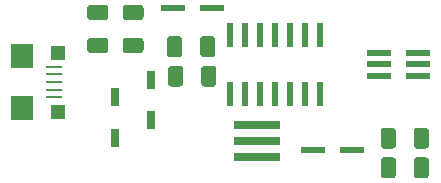
<source format=gbr>
G04 #@! TF.GenerationSoftware,KiCad,Pcbnew,(5.1.4-0-10_14)*
G04 #@! TF.CreationDate,2020-11-07T12:11:02-05:00*
G04 #@! TF.ProjectId,FabISP,46616249-5350-42e6-9b69-6361645f7063,rev?*
G04 #@! TF.SameCoordinates,Original*
G04 #@! TF.FileFunction,Paste,Top*
G04 #@! TF.FilePolarity,Positive*
%FSLAX46Y46*%
G04 Gerber Fmt 4.6, Leading zero omitted, Abs format (unit mm)*
G04 Created by KiCad (PCBNEW (5.1.4-0-10_14)) date 2020-11-07 12:11:02*
%MOMM*%
%LPD*%
G04 APERTURE LIST*
%ADD10R,0.797560X1.597660*%
%ADD11R,0.600000X2.000000*%
%ADD12R,3.898900X0.797560*%
%ADD13R,1.348740X0.254000*%
%ADD14R,1.297940X1.198880*%
%ADD15R,1.899920X2.148840*%
%ADD16C,0.100000*%
%ADD17C,1.250000*%
%ADD18R,2.000000X0.500000*%
G04 APERTURE END LIST*
D10*
X136000000Y-98050740D03*
X136000000Y-101449260D03*
X139000000Y-96550740D03*
X139000000Y-99949260D03*
D11*
X145690000Y-97725000D03*
X146960000Y-97725000D03*
X148230000Y-97725000D03*
X149500000Y-97725000D03*
X150770000Y-97725000D03*
X152040000Y-97725000D03*
X153310000Y-97725000D03*
X153310000Y-92775000D03*
X152040000Y-92775000D03*
X150770000Y-92775000D03*
X149500000Y-92775000D03*
X148230000Y-92775000D03*
X146960000Y-92775000D03*
X145690000Y-92775000D03*
D12*
X148000000Y-103098740D03*
X148000000Y-101750000D03*
X148000000Y-100401260D03*
D13*
X130759581Y-96750000D03*
X130759581Y-96102300D03*
X130759581Y-98047940D03*
D14*
X131110101Y-94250640D03*
X131110101Y-99249360D03*
D15*
X128062101Y-94575760D03*
X128062101Y-98924240D03*
D13*
X130759581Y-97397700D03*
X130759581Y-95452060D03*
D16*
G36*
X162299504Y-103126204D02*
G01*
X162323773Y-103129804D01*
X162347571Y-103135765D01*
X162370671Y-103144030D01*
X162392849Y-103154520D01*
X162413893Y-103167133D01*
X162433598Y-103181747D01*
X162451777Y-103198223D01*
X162468253Y-103216402D01*
X162482867Y-103236107D01*
X162495480Y-103257151D01*
X162505970Y-103279329D01*
X162514235Y-103302429D01*
X162520196Y-103326227D01*
X162523796Y-103350496D01*
X162525000Y-103375000D01*
X162525000Y-104625000D01*
X162523796Y-104649504D01*
X162520196Y-104673773D01*
X162514235Y-104697571D01*
X162505970Y-104720671D01*
X162495480Y-104742849D01*
X162482867Y-104763893D01*
X162468253Y-104783598D01*
X162451777Y-104801777D01*
X162433598Y-104818253D01*
X162413893Y-104832867D01*
X162392849Y-104845480D01*
X162370671Y-104855970D01*
X162347571Y-104864235D01*
X162323773Y-104870196D01*
X162299504Y-104873796D01*
X162275000Y-104875000D01*
X161525000Y-104875000D01*
X161500496Y-104873796D01*
X161476227Y-104870196D01*
X161452429Y-104864235D01*
X161429329Y-104855970D01*
X161407151Y-104845480D01*
X161386107Y-104832867D01*
X161366402Y-104818253D01*
X161348223Y-104801777D01*
X161331747Y-104783598D01*
X161317133Y-104763893D01*
X161304520Y-104742849D01*
X161294030Y-104720671D01*
X161285765Y-104697571D01*
X161279804Y-104673773D01*
X161276204Y-104649504D01*
X161275000Y-104625000D01*
X161275000Y-103375000D01*
X161276204Y-103350496D01*
X161279804Y-103326227D01*
X161285765Y-103302429D01*
X161294030Y-103279329D01*
X161304520Y-103257151D01*
X161317133Y-103236107D01*
X161331747Y-103216402D01*
X161348223Y-103198223D01*
X161366402Y-103181747D01*
X161386107Y-103167133D01*
X161407151Y-103154520D01*
X161429329Y-103144030D01*
X161452429Y-103135765D01*
X161476227Y-103129804D01*
X161500496Y-103126204D01*
X161525000Y-103125000D01*
X162275000Y-103125000D01*
X162299504Y-103126204D01*
X162299504Y-103126204D01*
G37*
D17*
X161900000Y-104000000D03*
D16*
G36*
X159499504Y-103126204D02*
G01*
X159523773Y-103129804D01*
X159547571Y-103135765D01*
X159570671Y-103144030D01*
X159592849Y-103154520D01*
X159613893Y-103167133D01*
X159633598Y-103181747D01*
X159651777Y-103198223D01*
X159668253Y-103216402D01*
X159682867Y-103236107D01*
X159695480Y-103257151D01*
X159705970Y-103279329D01*
X159714235Y-103302429D01*
X159720196Y-103326227D01*
X159723796Y-103350496D01*
X159725000Y-103375000D01*
X159725000Y-104625000D01*
X159723796Y-104649504D01*
X159720196Y-104673773D01*
X159714235Y-104697571D01*
X159705970Y-104720671D01*
X159695480Y-104742849D01*
X159682867Y-104763893D01*
X159668253Y-104783598D01*
X159651777Y-104801777D01*
X159633598Y-104818253D01*
X159613893Y-104832867D01*
X159592849Y-104845480D01*
X159570671Y-104855970D01*
X159547571Y-104864235D01*
X159523773Y-104870196D01*
X159499504Y-104873796D01*
X159475000Y-104875000D01*
X158725000Y-104875000D01*
X158700496Y-104873796D01*
X158676227Y-104870196D01*
X158652429Y-104864235D01*
X158629329Y-104855970D01*
X158607151Y-104845480D01*
X158586107Y-104832867D01*
X158566402Y-104818253D01*
X158548223Y-104801777D01*
X158531747Y-104783598D01*
X158517133Y-104763893D01*
X158504520Y-104742849D01*
X158494030Y-104720671D01*
X158485765Y-104697571D01*
X158479804Y-104673773D01*
X158476204Y-104649504D01*
X158475000Y-104625000D01*
X158475000Y-103375000D01*
X158476204Y-103350496D01*
X158479804Y-103326227D01*
X158485765Y-103302429D01*
X158494030Y-103279329D01*
X158504520Y-103257151D01*
X158517133Y-103236107D01*
X158531747Y-103216402D01*
X158548223Y-103198223D01*
X158566402Y-103181747D01*
X158586107Y-103167133D01*
X158607151Y-103154520D01*
X158629329Y-103144030D01*
X158652429Y-103135765D01*
X158676227Y-103129804D01*
X158700496Y-103126204D01*
X158725000Y-103125000D01*
X159475000Y-103125000D01*
X159499504Y-103126204D01*
X159499504Y-103126204D01*
G37*
D17*
X159100000Y-104000000D03*
D18*
X158350000Y-94250000D03*
X161650000Y-94250000D03*
X158350000Y-95250000D03*
X161650000Y-95250000D03*
X158350000Y-96250000D03*
X161650000Y-96250000D03*
X152700000Y-102500000D03*
X156000000Y-102500000D03*
D16*
G36*
X162299504Y-100626204D02*
G01*
X162323773Y-100629804D01*
X162347571Y-100635765D01*
X162370671Y-100644030D01*
X162392849Y-100654520D01*
X162413893Y-100667133D01*
X162433598Y-100681747D01*
X162451777Y-100698223D01*
X162468253Y-100716402D01*
X162482867Y-100736107D01*
X162495480Y-100757151D01*
X162505970Y-100779329D01*
X162514235Y-100802429D01*
X162520196Y-100826227D01*
X162523796Y-100850496D01*
X162525000Y-100875000D01*
X162525000Y-102125000D01*
X162523796Y-102149504D01*
X162520196Y-102173773D01*
X162514235Y-102197571D01*
X162505970Y-102220671D01*
X162495480Y-102242849D01*
X162482867Y-102263893D01*
X162468253Y-102283598D01*
X162451777Y-102301777D01*
X162433598Y-102318253D01*
X162413893Y-102332867D01*
X162392849Y-102345480D01*
X162370671Y-102355970D01*
X162347571Y-102364235D01*
X162323773Y-102370196D01*
X162299504Y-102373796D01*
X162275000Y-102375000D01*
X161525000Y-102375000D01*
X161500496Y-102373796D01*
X161476227Y-102370196D01*
X161452429Y-102364235D01*
X161429329Y-102355970D01*
X161407151Y-102345480D01*
X161386107Y-102332867D01*
X161366402Y-102318253D01*
X161348223Y-102301777D01*
X161331747Y-102283598D01*
X161317133Y-102263893D01*
X161304520Y-102242849D01*
X161294030Y-102220671D01*
X161285765Y-102197571D01*
X161279804Y-102173773D01*
X161276204Y-102149504D01*
X161275000Y-102125000D01*
X161275000Y-100875000D01*
X161276204Y-100850496D01*
X161279804Y-100826227D01*
X161285765Y-100802429D01*
X161294030Y-100779329D01*
X161304520Y-100757151D01*
X161317133Y-100736107D01*
X161331747Y-100716402D01*
X161348223Y-100698223D01*
X161366402Y-100681747D01*
X161386107Y-100667133D01*
X161407151Y-100654520D01*
X161429329Y-100644030D01*
X161452429Y-100635765D01*
X161476227Y-100629804D01*
X161500496Y-100626204D01*
X161525000Y-100625000D01*
X162275000Y-100625000D01*
X162299504Y-100626204D01*
X162299504Y-100626204D01*
G37*
D17*
X161900000Y-101500000D03*
D16*
G36*
X159499504Y-100626204D02*
G01*
X159523773Y-100629804D01*
X159547571Y-100635765D01*
X159570671Y-100644030D01*
X159592849Y-100654520D01*
X159613893Y-100667133D01*
X159633598Y-100681747D01*
X159651777Y-100698223D01*
X159668253Y-100716402D01*
X159682867Y-100736107D01*
X159695480Y-100757151D01*
X159705970Y-100779329D01*
X159714235Y-100802429D01*
X159720196Y-100826227D01*
X159723796Y-100850496D01*
X159725000Y-100875000D01*
X159725000Y-102125000D01*
X159723796Y-102149504D01*
X159720196Y-102173773D01*
X159714235Y-102197571D01*
X159705970Y-102220671D01*
X159695480Y-102242849D01*
X159682867Y-102263893D01*
X159668253Y-102283598D01*
X159651777Y-102301777D01*
X159633598Y-102318253D01*
X159613893Y-102332867D01*
X159592849Y-102345480D01*
X159570671Y-102355970D01*
X159547571Y-102364235D01*
X159523773Y-102370196D01*
X159499504Y-102373796D01*
X159475000Y-102375000D01*
X158725000Y-102375000D01*
X158700496Y-102373796D01*
X158676227Y-102370196D01*
X158652429Y-102364235D01*
X158629329Y-102355970D01*
X158607151Y-102345480D01*
X158586107Y-102332867D01*
X158566402Y-102318253D01*
X158548223Y-102301777D01*
X158531747Y-102283598D01*
X158517133Y-102263893D01*
X158504520Y-102242849D01*
X158494030Y-102220671D01*
X158485765Y-102197571D01*
X158479804Y-102173773D01*
X158476204Y-102149504D01*
X158475000Y-102125000D01*
X158475000Y-100875000D01*
X158476204Y-100850496D01*
X158479804Y-100826227D01*
X158485765Y-100802429D01*
X158494030Y-100779329D01*
X158504520Y-100757151D01*
X158517133Y-100736107D01*
X158531747Y-100716402D01*
X158548223Y-100698223D01*
X158566402Y-100681747D01*
X158586107Y-100667133D01*
X158607151Y-100654520D01*
X158629329Y-100644030D01*
X158652429Y-100635765D01*
X158676227Y-100629804D01*
X158700496Y-100626204D01*
X158725000Y-100625000D01*
X159475000Y-100625000D01*
X159499504Y-100626204D01*
X159499504Y-100626204D01*
G37*
D17*
X159100000Y-101500000D03*
D16*
G36*
X141499504Y-95376204D02*
G01*
X141523773Y-95379804D01*
X141547571Y-95385765D01*
X141570671Y-95394030D01*
X141592849Y-95404520D01*
X141613893Y-95417133D01*
X141633598Y-95431747D01*
X141651777Y-95448223D01*
X141668253Y-95466402D01*
X141682867Y-95486107D01*
X141695480Y-95507151D01*
X141705970Y-95529329D01*
X141714235Y-95552429D01*
X141720196Y-95576227D01*
X141723796Y-95600496D01*
X141725000Y-95625000D01*
X141725000Y-96875000D01*
X141723796Y-96899504D01*
X141720196Y-96923773D01*
X141714235Y-96947571D01*
X141705970Y-96970671D01*
X141695480Y-96992849D01*
X141682867Y-97013893D01*
X141668253Y-97033598D01*
X141651777Y-97051777D01*
X141633598Y-97068253D01*
X141613893Y-97082867D01*
X141592849Y-97095480D01*
X141570671Y-97105970D01*
X141547571Y-97114235D01*
X141523773Y-97120196D01*
X141499504Y-97123796D01*
X141475000Y-97125000D01*
X140725000Y-97125000D01*
X140700496Y-97123796D01*
X140676227Y-97120196D01*
X140652429Y-97114235D01*
X140629329Y-97105970D01*
X140607151Y-97095480D01*
X140586107Y-97082867D01*
X140566402Y-97068253D01*
X140548223Y-97051777D01*
X140531747Y-97033598D01*
X140517133Y-97013893D01*
X140504520Y-96992849D01*
X140494030Y-96970671D01*
X140485765Y-96947571D01*
X140479804Y-96923773D01*
X140476204Y-96899504D01*
X140475000Y-96875000D01*
X140475000Y-95625000D01*
X140476204Y-95600496D01*
X140479804Y-95576227D01*
X140485765Y-95552429D01*
X140494030Y-95529329D01*
X140504520Y-95507151D01*
X140517133Y-95486107D01*
X140531747Y-95466402D01*
X140548223Y-95448223D01*
X140566402Y-95431747D01*
X140586107Y-95417133D01*
X140607151Y-95404520D01*
X140629329Y-95394030D01*
X140652429Y-95385765D01*
X140676227Y-95379804D01*
X140700496Y-95376204D01*
X140725000Y-95375000D01*
X141475000Y-95375000D01*
X141499504Y-95376204D01*
X141499504Y-95376204D01*
G37*
D17*
X141100000Y-96250000D03*
D16*
G36*
X144299504Y-95376204D02*
G01*
X144323773Y-95379804D01*
X144347571Y-95385765D01*
X144370671Y-95394030D01*
X144392849Y-95404520D01*
X144413893Y-95417133D01*
X144433598Y-95431747D01*
X144451777Y-95448223D01*
X144468253Y-95466402D01*
X144482867Y-95486107D01*
X144495480Y-95507151D01*
X144505970Y-95529329D01*
X144514235Y-95552429D01*
X144520196Y-95576227D01*
X144523796Y-95600496D01*
X144525000Y-95625000D01*
X144525000Y-96875000D01*
X144523796Y-96899504D01*
X144520196Y-96923773D01*
X144514235Y-96947571D01*
X144505970Y-96970671D01*
X144495480Y-96992849D01*
X144482867Y-97013893D01*
X144468253Y-97033598D01*
X144451777Y-97051777D01*
X144433598Y-97068253D01*
X144413893Y-97082867D01*
X144392849Y-97095480D01*
X144370671Y-97105970D01*
X144347571Y-97114235D01*
X144323773Y-97120196D01*
X144299504Y-97123796D01*
X144275000Y-97125000D01*
X143525000Y-97125000D01*
X143500496Y-97123796D01*
X143476227Y-97120196D01*
X143452429Y-97114235D01*
X143429329Y-97105970D01*
X143407151Y-97095480D01*
X143386107Y-97082867D01*
X143366402Y-97068253D01*
X143348223Y-97051777D01*
X143331747Y-97033598D01*
X143317133Y-97013893D01*
X143304520Y-96992849D01*
X143294030Y-96970671D01*
X143285765Y-96947571D01*
X143279804Y-96923773D01*
X143276204Y-96899504D01*
X143275000Y-96875000D01*
X143275000Y-95625000D01*
X143276204Y-95600496D01*
X143279804Y-95576227D01*
X143285765Y-95552429D01*
X143294030Y-95529329D01*
X143304520Y-95507151D01*
X143317133Y-95486107D01*
X143331747Y-95466402D01*
X143348223Y-95448223D01*
X143366402Y-95431747D01*
X143386107Y-95417133D01*
X143407151Y-95404520D01*
X143429329Y-95394030D01*
X143452429Y-95385765D01*
X143476227Y-95379804D01*
X143500496Y-95376204D01*
X143525000Y-95375000D01*
X144275000Y-95375000D01*
X144299504Y-95376204D01*
X144299504Y-95376204D01*
G37*
D17*
X143900000Y-96250000D03*
D16*
G36*
X135149504Y-90226204D02*
G01*
X135173773Y-90229804D01*
X135197571Y-90235765D01*
X135220671Y-90244030D01*
X135242849Y-90254520D01*
X135263893Y-90267133D01*
X135283598Y-90281747D01*
X135301777Y-90298223D01*
X135318253Y-90316402D01*
X135332867Y-90336107D01*
X135345480Y-90357151D01*
X135355970Y-90379329D01*
X135364235Y-90402429D01*
X135370196Y-90426227D01*
X135373796Y-90450496D01*
X135375000Y-90475000D01*
X135375000Y-91225000D01*
X135373796Y-91249504D01*
X135370196Y-91273773D01*
X135364235Y-91297571D01*
X135355970Y-91320671D01*
X135345480Y-91342849D01*
X135332867Y-91363893D01*
X135318253Y-91383598D01*
X135301777Y-91401777D01*
X135283598Y-91418253D01*
X135263893Y-91432867D01*
X135242849Y-91445480D01*
X135220671Y-91455970D01*
X135197571Y-91464235D01*
X135173773Y-91470196D01*
X135149504Y-91473796D01*
X135125000Y-91475000D01*
X133875000Y-91475000D01*
X133850496Y-91473796D01*
X133826227Y-91470196D01*
X133802429Y-91464235D01*
X133779329Y-91455970D01*
X133757151Y-91445480D01*
X133736107Y-91432867D01*
X133716402Y-91418253D01*
X133698223Y-91401777D01*
X133681747Y-91383598D01*
X133667133Y-91363893D01*
X133654520Y-91342849D01*
X133644030Y-91320671D01*
X133635765Y-91297571D01*
X133629804Y-91273773D01*
X133626204Y-91249504D01*
X133625000Y-91225000D01*
X133625000Y-90475000D01*
X133626204Y-90450496D01*
X133629804Y-90426227D01*
X133635765Y-90402429D01*
X133644030Y-90379329D01*
X133654520Y-90357151D01*
X133667133Y-90336107D01*
X133681747Y-90316402D01*
X133698223Y-90298223D01*
X133716402Y-90281747D01*
X133736107Y-90267133D01*
X133757151Y-90254520D01*
X133779329Y-90244030D01*
X133802429Y-90235765D01*
X133826227Y-90229804D01*
X133850496Y-90226204D01*
X133875000Y-90225000D01*
X135125000Y-90225000D01*
X135149504Y-90226204D01*
X135149504Y-90226204D01*
G37*
D17*
X134500000Y-90850000D03*
D16*
G36*
X135149504Y-93026204D02*
G01*
X135173773Y-93029804D01*
X135197571Y-93035765D01*
X135220671Y-93044030D01*
X135242849Y-93054520D01*
X135263893Y-93067133D01*
X135283598Y-93081747D01*
X135301777Y-93098223D01*
X135318253Y-93116402D01*
X135332867Y-93136107D01*
X135345480Y-93157151D01*
X135355970Y-93179329D01*
X135364235Y-93202429D01*
X135370196Y-93226227D01*
X135373796Y-93250496D01*
X135375000Y-93275000D01*
X135375000Y-94025000D01*
X135373796Y-94049504D01*
X135370196Y-94073773D01*
X135364235Y-94097571D01*
X135355970Y-94120671D01*
X135345480Y-94142849D01*
X135332867Y-94163893D01*
X135318253Y-94183598D01*
X135301777Y-94201777D01*
X135283598Y-94218253D01*
X135263893Y-94232867D01*
X135242849Y-94245480D01*
X135220671Y-94255970D01*
X135197571Y-94264235D01*
X135173773Y-94270196D01*
X135149504Y-94273796D01*
X135125000Y-94275000D01*
X133875000Y-94275000D01*
X133850496Y-94273796D01*
X133826227Y-94270196D01*
X133802429Y-94264235D01*
X133779329Y-94255970D01*
X133757151Y-94245480D01*
X133736107Y-94232867D01*
X133716402Y-94218253D01*
X133698223Y-94201777D01*
X133681747Y-94183598D01*
X133667133Y-94163893D01*
X133654520Y-94142849D01*
X133644030Y-94120671D01*
X133635765Y-94097571D01*
X133629804Y-94073773D01*
X133626204Y-94049504D01*
X133625000Y-94025000D01*
X133625000Y-93275000D01*
X133626204Y-93250496D01*
X133629804Y-93226227D01*
X133635765Y-93202429D01*
X133644030Y-93179329D01*
X133654520Y-93157151D01*
X133667133Y-93136107D01*
X133681747Y-93116402D01*
X133698223Y-93098223D01*
X133716402Y-93081747D01*
X133736107Y-93067133D01*
X133757151Y-93054520D01*
X133779329Y-93044030D01*
X133802429Y-93035765D01*
X133826227Y-93029804D01*
X133850496Y-93026204D01*
X133875000Y-93025000D01*
X135125000Y-93025000D01*
X135149504Y-93026204D01*
X135149504Y-93026204D01*
G37*
D17*
X134500000Y-93650000D03*
D16*
G36*
X138149504Y-90226204D02*
G01*
X138173773Y-90229804D01*
X138197571Y-90235765D01*
X138220671Y-90244030D01*
X138242849Y-90254520D01*
X138263893Y-90267133D01*
X138283598Y-90281747D01*
X138301777Y-90298223D01*
X138318253Y-90316402D01*
X138332867Y-90336107D01*
X138345480Y-90357151D01*
X138355970Y-90379329D01*
X138364235Y-90402429D01*
X138370196Y-90426227D01*
X138373796Y-90450496D01*
X138375000Y-90475000D01*
X138375000Y-91225000D01*
X138373796Y-91249504D01*
X138370196Y-91273773D01*
X138364235Y-91297571D01*
X138355970Y-91320671D01*
X138345480Y-91342849D01*
X138332867Y-91363893D01*
X138318253Y-91383598D01*
X138301777Y-91401777D01*
X138283598Y-91418253D01*
X138263893Y-91432867D01*
X138242849Y-91445480D01*
X138220671Y-91455970D01*
X138197571Y-91464235D01*
X138173773Y-91470196D01*
X138149504Y-91473796D01*
X138125000Y-91475000D01*
X136875000Y-91475000D01*
X136850496Y-91473796D01*
X136826227Y-91470196D01*
X136802429Y-91464235D01*
X136779329Y-91455970D01*
X136757151Y-91445480D01*
X136736107Y-91432867D01*
X136716402Y-91418253D01*
X136698223Y-91401777D01*
X136681747Y-91383598D01*
X136667133Y-91363893D01*
X136654520Y-91342849D01*
X136644030Y-91320671D01*
X136635765Y-91297571D01*
X136629804Y-91273773D01*
X136626204Y-91249504D01*
X136625000Y-91225000D01*
X136625000Y-90475000D01*
X136626204Y-90450496D01*
X136629804Y-90426227D01*
X136635765Y-90402429D01*
X136644030Y-90379329D01*
X136654520Y-90357151D01*
X136667133Y-90336107D01*
X136681747Y-90316402D01*
X136698223Y-90298223D01*
X136716402Y-90281747D01*
X136736107Y-90267133D01*
X136757151Y-90254520D01*
X136779329Y-90244030D01*
X136802429Y-90235765D01*
X136826227Y-90229804D01*
X136850496Y-90226204D01*
X136875000Y-90225000D01*
X138125000Y-90225000D01*
X138149504Y-90226204D01*
X138149504Y-90226204D01*
G37*
D17*
X137500000Y-90850000D03*
D16*
G36*
X138149504Y-93026204D02*
G01*
X138173773Y-93029804D01*
X138197571Y-93035765D01*
X138220671Y-93044030D01*
X138242849Y-93054520D01*
X138263893Y-93067133D01*
X138283598Y-93081747D01*
X138301777Y-93098223D01*
X138318253Y-93116402D01*
X138332867Y-93136107D01*
X138345480Y-93157151D01*
X138355970Y-93179329D01*
X138364235Y-93202429D01*
X138370196Y-93226227D01*
X138373796Y-93250496D01*
X138375000Y-93275000D01*
X138375000Y-94025000D01*
X138373796Y-94049504D01*
X138370196Y-94073773D01*
X138364235Y-94097571D01*
X138355970Y-94120671D01*
X138345480Y-94142849D01*
X138332867Y-94163893D01*
X138318253Y-94183598D01*
X138301777Y-94201777D01*
X138283598Y-94218253D01*
X138263893Y-94232867D01*
X138242849Y-94245480D01*
X138220671Y-94255970D01*
X138197571Y-94264235D01*
X138173773Y-94270196D01*
X138149504Y-94273796D01*
X138125000Y-94275000D01*
X136875000Y-94275000D01*
X136850496Y-94273796D01*
X136826227Y-94270196D01*
X136802429Y-94264235D01*
X136779329Y-94255970D01*
X136757151Y-94245480D01*
X136736107Y-94232867D01*
X136716402Y-94218253D01*
X136698223Y-94201777D01*
X136681747Y-94183598D01*
X136667133Y-94163893D01*
X136654520Y-94142849D01*
X136644030Y-94120671D01*
X136635765Y-94097571D01*
X136629804Y-94073773D01*
X136626204Y-94049504D01*
X136625000Y-94025000D01*
X136625000Y-93275000D01*
X136626204Y-93250496D01*
X136629804Y-93226227D01*
X136635765Y-93202429D01*
X136644030Y-93179329D01*
X136654520Y-93157151D01*
X136667133Y-93136107D01*
X136681747Y-93116402D01*
X136698223Y-93098223D01*
X136716402Y-93081747D01*
X136736107Y-93067133D01*
X136757151Y-93054520D01*
X136779329Y-93044030D01*
X136802429Y-93035765D01*
X136826227Y-93029804D01*
X136850496Y-93026204D01*
X136875000Y-93025000D01*
X138125000Y-93025000D01*
X138149504Y-93026204D01*
X138149504Y-93026204D01*
G37*
D17*
X137500000Y-93650000D03*
D16*
G36*
X144199504Y-92876204D02*
G01*
X144223773Y-92879804D01*
X144247571Y-92885765D01*
X144270671Y-92894030D01*
X144292849Y-92904520D01*
X144313893Y-92917133D01*
X144333598Y-92931747D01*
X144351777Y-92948223D01*
X144368253Y-92966402D01*
X144382867Y-92986107D01*
X144395480Y-93007151D01*
X144405970Y-93029329D01*
X144414235Y-93052429D01*
X144420196Y-93076227D01*
X144423796Y-93100496D01*
X144425000Y-93125000D01*
X144425000Y-94375000D01*
X144423796Y-94399504D01*
X144420196Y-94423773D01*
X144414235Y-94447571D01*
X144405970Y-94470671D01*
X144395480Y-94492849D01*
X144382867Y-94513893D01*
X144368253Y-94533598D01*
X144351777Y-94551777D01*
X144333598Y-94568253D01*
X144313893Y-94582867D01*
X144292849Y-94595480D01*
X144270671Y-94605970D01*
X144247571Y-94614235D01*
X144223773Y-94620196D01*
X144199504Y-94623796D01*
X144175000Y-94625000D01*
X143425000Y-94625000D01*
X143400496Y-94623796D01*
X143376227Y-94620196D01*
X143352429Y-94614235D01*
X143329329Y-94605970D01*
X143307151Y-94595480D01*
X143286107Y-94582867D01*
X143266402Y-94568253D01*
X143248223Y-94551777D01*
X143231747Y-94533598D01*
X143217133Y-94513893D01*
X143204520Y-94492849D01*
X143194030Y-94470671D01*
X143185765Y-94447571D01*
X143179804Y-94423773D01*
X143176204Y-94399504D01*
X143175000Y-94375000D01*
X143175000Y-93125000D01*
X143176204Y-93100496D01*
X143179804Y-93076227D01*
X143185765Y-93052429D01*
X143194030Y-93029329D01*
X143204520Y-93007151D01*
X143217133Y-92986107D01*
X143231747Y-92966402D01*
X143248223Y-92948223D01*
X143266402Y-92931747D01*
X143286107Y-92917133D01*
X143307151Y-92904520D01*
X143329329Y-92894030D01*
X143352429Y-92885765D01*
X143376227Y-92879804D01*
X143400496Y-92876204D01*
X143425000Y-92875000D01*
X144175000Y-92875000D01*
X144199504Y-92876204D01*
X144199504Y-92876204D01*
G37*
D17*
X143800000Y-93750000D03*
D16*
G36*
X141399504Y-92876204D02*
G01*
X141423773Y-92879804D01*
X141447571Y-92885765D01*
X141470671Y-92894030D01*
X141492849Y-92904520D01*
X141513893Y-92917133D01*
X141533598Y-92931747D01*
X141551777Y-92948223D01*
X141568253Y-92966402D01*
X141582867Y-92986107D01*
X141595480Y-93007151D01*
X141605970Y-93029329D01*
X141614235Y-93052429D01*
X141620196Y-93076227D01*
X141623796Y-93100496D01*
X141625000Y-93125000D01*
X141625000Y-94375000D01*
X141623796Y-94399504D01*
X141620196Y-94423773D01*
X141614235Y-94447571D01*
X141605970Y-94470671D01*
X141595480Y-94492849D01*
X141582867Y-94513893D01*
X141568253Y-94533598D01*
X141551777Y-94551777D01*
X141533598Y-94568253D01*
X141513893Y-94582867D01*
X141492849Y-94595480D01*
X141470671Y-94605970D01*
X141447571Y-94614235D01*
X141423773Y-94620196D01*
X141399504Y-94623796D01*
X141375000Y-94625000D01*
X140625000Y-94625000D01*
X140600496Y-94623796D01*
X140576227Y-94620196D01*
X140552429Y-94614235D01*
X140529329Y-94605970D01*
X140507151Y-94595480D01*
X140486107Y-94582867D01*
X140466402Y-94568253D01*
X140448223Y-94551777D01*
X140431747Y-94533598D01*
X140417133Y-94513893D01*
X140404520Y-94492849D01*
X140394030Y-94470671D01*
X140385765Y-94447571D01*
X140379804Y-94423773D01*
X140376204Y-94399504D01*
X140375000Y-94375000D01*
X140375000Y-93125000D01*
X140376204Y-93100496D01*
X140379804Y-93076227D01*
X140385765Y-93052429D01*
X140394030Y-93029329D01*
X140404520Y-93007151D01*
X140417133Y-92986107D01*
X140431747Y-92966402D01*
X140448223Y-92948223D01*
X140466402Y-92931747D01*
X140486107Y-92917133D01*
X140507151Y-92904520D01*
X140529329Y-92894030D01*
X140552429Y-92885765D01*
X140576227Y-92879804D01*
X140600496Y-92876204D01*
X140625000Y-92875000D01*
X141375000Y-92875000D01*
X141399504Y-92876204D01*
X141399504Y-92876204D01*
G37*
D17*
X141000000Y-93750000D03*
D18*
X144150000Y-90500000D03*
X140850000Y-90500000D03*
M02*

</source>
